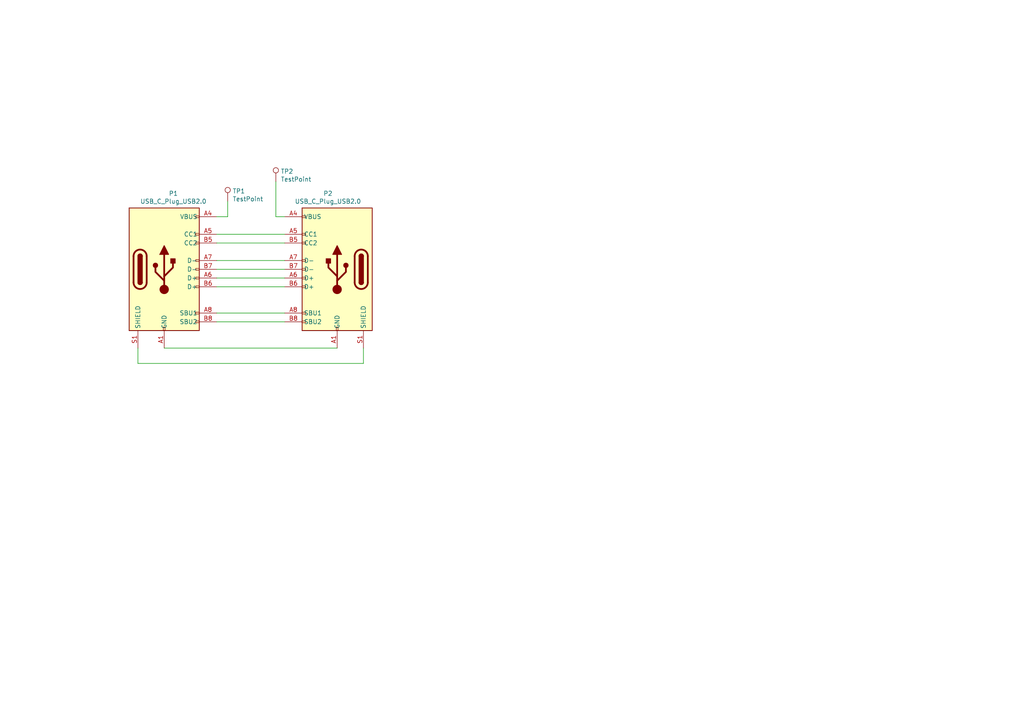
<source format=kicad_sch>
(kicad_sch (version 20200714) (host eeschema "(5.99.0-2309-gaf729d578)")
  (page 1 1)
  (paper "A4")
  (lib_symbols
    (symbol "Connector:TestPoint" (pin_numbers hide) (pin_names (offset 0.762) hide)
      (property "Reference" "TP" (at 0 6.858 0))
      (property "Value" "TestPoint" (at 0 5.08 0))
      (symbol "TestPoint_0_1"
        (circle (center 0 3.302) (radius 0.762))
      )
      (symbol "TestPoint_1_1"
        (pin passive line (at 0 0 90) (length 2.54) (name "1") (number "1"))
      )
    )
    (symbol "Connector:USB_C_Receptacle_USB2.0"
      (property "Reference" "J" (at -10.16 19.05 0))
      (property "Value" "USB_C_Receptacle_USB2.0" (at 19.05 19.05 0))
      (symbol "USB_C_Receptacle_USB2.0_0_1"
        (arc (start -8.89 -3.81) (end -5.08 -3.81) (radius (at -6.985 -3.81) (length 1.905) (angles -179.9 -0.1)) (stroke (width 0.508)))
        (arc (start -7.62 -3.81) (end -6.35 -3.81) (radius (at -6.985 -3.81) (length 0.635) (angles -179.9 -0.1)) (stroke (width 0.254)))
        (arc (start -7.62 -3.81) (end -6.35 -3.81) (radius (at -6.985 -3.81) (length 0.635) (angles -179.9 -0.1)) (stroke (width 0.254)) (fill (type outline)))
        (arc (start -6.35 3.81) (end -7.62 3.81) (radius (at -6.985 3.81) (length 0.635) (angles 0.1 179.9)) (stroke (width 0.254)) (fill (type outline)))
        (arc (start -6.35 3.81) (end -7.62 3.81) (radius (at -6.985 3.81) (length 0.635) (angles 0.1 179.9)) (stroke (width 0.254)))
        (arc (start -5.08 3.81) (end -8.89 3.81) (radius (at -6.985 3.81) (length 1.905) (angles 0.1 179.9)) (stroke (width 0.508)))
        (circle (center -2.54 1.143) (radius 0.635) (stroke (width 0.254)) (fill (type outline)))
        (circle (center 0 -5.842) (radius 1.27) (fill (type outline)))
        (rectangle (start -10.16 17.78) (end 10.16 -17.78) (stroke (width 0.254)) (fill (type background)))
        (rectangle (start -7.62 -3.81) (end -6.35 3.81) (stroke (width 0.254)) (fill (type outline)))
        (rectangle (start 1.905 1.778) (end 3.175 3.048) (stroke (width 0.254)) (fill (type outline)))
        (polyline (pts (xy -8.89 -3.81) (xy -8.89 3.81)) (stroke (width 0.508)))
        (polyline (pts (xy -5.08 3.81) (xy -5.08 -3.81)) (stroke (width 0.508)))
        (polyline (pts (xy 0 -5.842) (xy 0 4.318)) (stroke (width 0.508)))
        (polyline (pts (xy 0 -3.302) (xy -2.54 -0.762) (xy -2.54 0.508)) (stroke (width 0.508)))
        (polyline (pts (xy 0 -2.032) (xy 2.54 0.508) (xy 2.54 1.778)) (stroke (width 0.508)))
        (polyline (pts (xy -1.27 4.318) (xy 0 6.858) (xy 1.27 4.318) (xy -1.27 4.318)) (stroke (width 0.254)) (fill (type outline)))
      )
      (symbol "USB_C_Receptacle_USB2.0_0_0"
        (rectangle (start -0.254 -17.78) (end 0.254 -16.764))
        (rectangle (start 10.16 -14.986) (end 9.144 -15.494))
        (rectangle (start 10.16 -12.446) (end 9.144 -12.954))
        (rectangle (start 10.16 -4.826) (end 9.144 -5.334))
        (rectangle (start 10.16 -2.286) (end 9.144 -2.794))
        (rectangle (start 10.16 0.254) (end 9.144 -0.254))
        (rectangle (start 10.16 2.794) (end 9.144 2.286))
        (rectangle (start 10.16 7.874) (end 9.144 7.366))
        (rectangle (start 10.16 10.414) (end 9.144 9.906))
        (rectangle (start 10.16 15.494) (end 9.144 14.986))
      )
      (symbol "USB_C_Receptacle_USB2.0_1_1"
        (pin power_in line (at 0 -22.86 90) (length 5.08) (name "GND") (number "A1"))
        (pin passive line (at 0 -22.86 90) (length 5.08) hide (name "GND") (number "A12"))
        (pin power_in line (at 15.24 15.24 180) (length 5.08) (name "VBUS") (number "A4"))
        (pin bidirectional line (at 15.24 10.16 180) (length 5.08) (name "CC1") (number "A5"))
        (pin bidirectional line (at 15.24 -2.54 180) (length 5.08) (name "D+") (number "A6"))
        (pin bidirectional line (at 15.24 2.54 180) (length 5.08) (name "D-") (number "A7"))
        (pin bidirectional line (at 15.24 -12.7 180) (length 5.08) (name "SBU1") (number "A8"))
        (pin passive line (at 15.24 15.24 180) (length 5.08) hide (name "VBUS") (number "A9"))
        (pin passive line (at 0 -22.86 90) (length 5.08) hide (name "GND") (number "B1"))
        (pin passive line (at 0 -22.86 90) (length 5.08) hide (name "GND") (number "B12"))
        (pin passive line (at 15.24 15.24 180) (length 5.08) hide (name "VBUS") (number "B4"))
        (pin bidirectional line (at 15.24 7.62 180) (length 5.08) (name "CC2") (number "B5"))
        (pin bidirectional line (at 15.24 -5.08 180) (length 5.08) (name "D+") (number "B6"))
        (pin bidirectional line (at 15.24 0 180) (length 5.08) (name "D-") (number "B7"))
        (pin bidirectional line (at 15.24 -15.24 180) (length 5.08) (name "SBU2") (number "B8"))
        (pin passive line (at 15.24 15.24 180) (length 5.08) hide (name "VBUS") (number "B9"))
        (pin passive line (at -7.62 -22.86 90) (length 5.08) (name "SHIELD") (number "S1"))
      )
    )
  )
  (wire (pts (xy 40.005 100.965) (xy 40.005 105.41)))
  (wire (pts (xy 40.005 105.41) (xy 105.41 105.41)))
  (wire (pts (xy 47.625 100.965) (xy 97.79 100.965)))
  (wire (pts (xy 62.865 67.945) (xy 82.55 67.945)))
  (wire (pts (xy 62.865 70.485) (xy 82.55 70.485)))
  (wire (pts (xy 62.865 75.565) (xy 82.55 75.565)))
  (wire (pts (xy 62.865 78.105) (xy 82.55 78.105)))
  (wire (pts (xy 62.865 80.645) (xy 82.55 80.645)))
  (wire (pts (xy 62.865 83.185) (xy 82.55 83.185)))
  (wire (pts (xy 62.865 90.805) (xy 82.55 90.805)))
  (wire (pts (xy 62.865 93.345) (xy 82.55 93.345)))
  (wire (pts (xy 66.04 58.42) (xy 66.04 62.865)))
  (wire (pts (xy 66.04 62.865) (xy 62.865 62.865)))
  (wire (pts (xy 80.01 52.705) (xy 80.01 62.865)))
  (wire (pts (xy 80.01 62.865) (xy 82.55 62.865)))
  (wire (pts (xy 105.41 105.41) (xy 105.41 100.965)))
  (symbol (lib_id "Connector:TestPoint") (at 66.04 58.42 0) (unit 1)
    (property "Reference" "TP1" (at 67.4371 55.4291 0) (effects (justify left)))
    (property "Value" "TestPoint" (at 67.4371 57.7278 0) (effects (justify left)))
    (property "Footprint" "TestPoint:TestPoint_Pad_D4.0mm" (effects hide))
  )
  (symbol (lib_id "Connector:TestPoint") (at 80.01 52.705 0) (unit 1)
    (property "Reference" "TP2" (at 81.4071 49.7141 0) (effects (justify left)))
    (property "Value" "TestPoint" (at 81.4071 52.0128 0) (effects (justify left)))
    (property "Footprint" "TestPoint:TestPoint_Pad_D4.0mm" (effects hide))
  )
  (symbol (lib_id "Connector:USB_C_Receptacle_USB2.0") (at 47.625 78.105 0) (unit 1)
    (property "Reference" "P1" (at 50.292 56.1148 0))
    (property "Value" "USB_C_Plug_USB2.0" (at 50.292 58.4135 0))
    (property "Footprint" "Connector_USB:USB_C_Receptacle_Palconn_UTC16-G" (effects hide))
    (property "Datasheet" "https://www.usb.org/sites/default/files/documents/usb_type-c.zip" (effects hide))
  )
  (symbol (lib_id "Connector:USB_C_Receptacle_USB2.0") (at 97.79 78.105 0) (mirror y) (unit 1)
    (property "Reference" "P2" (at 95.123 56.1148 0))
    (property "Value" "USB_C_Plug_USB2.0" (at 95.123 58.4135 0))
    (property "Footprint" "Connector_USB:USB_C_Receptacle_Palconn_UTC16-G" (effects hide))
    (property "Datasheet" "https://www.usb.org/sites/default/files/documents/usb_type-c.zip" (effects hide))
  )
)
</source>
